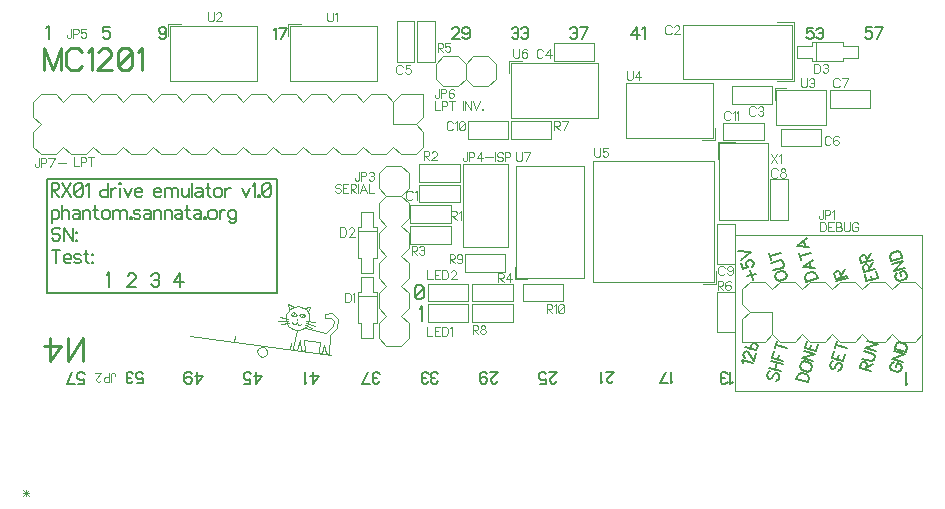
<source format=gto>
G04*
G04  File:            DXEMU_GERBER.GTO, Fri Jul 12 00:14:53 2019*
G04  Source:          P-CAD 2006 PCB, Version 19.02.958, (D:\retrocomputing\dxemu\PCB\temp\dxemu_gerber.pcb)*
G04  Format:          Gerber Format (RS-274-D), ASCII*
G04*
G04  Format Options:  Absolute Positioning*
G04                   Leading-Zero Suppression*
G04                   Scale Factor 1:1*
G04                   NO Circular Interpolation*
G04                   Inch Units*
G04                   Numeric Format: 4.4 (XXXX.XXXX)*
G04                   G54 NOT Used for Aperture Change*
G04                   Apertures Embedded*
G04*
G04  File Options:    Offset = (0.0mil,0.0mil)*
G04                   Drill Symbol Size = 80.0mil*
G04                   Pad/Via Holes*
G04*
G04  File Contents:   Pads*
G04                   Vias*
G04                   Designators*
G04                   No Types*
G04                   No Values*
G04                   No Drill Symbols*
G04                   Top Silk*
G04*
%INDXEMU_GERBER.GTO*%
%ICAS*%
%MOIN*%
G04*
G04  Aperture MACROs for general use --- invoked via D-code assignment *
G04*
G04  General MACRO for flashed round with rotation and/or offset hole *
%AMROTOFFROUND*
1,1,$1,0.0000,0.0000*
1,0,$2,$3,$4*%
G04*
G04  General MACRO for flashed oval (obround) with rotation and/or offset hole *
%AMROTOFFOVAL*
21,1,$1,$2,0.0000,0.0000,$3*
1,1,$4,$5,$6*
1,1,$4,0-$5,0-$6*
1,0,$7,$8,$9*%
G04*
G04  General MACRO for flashed oval (obround) with rotation and no hole *
%AMROTOVALNOHOLE*
21,1,$1,$2,0.0000,0.0000,$3*
1,1,$4,$5,$6*
1,1,$4,0-$5,0-$6*%
G04*
G04  General MACRO for flashed rectangle with rotation and/or offset hole *
%AMROTOFFRECT*
21,1,$1,$2,0.0000,0.0000,$3*
1,0,$4,$5,$6*%
G04*
G04  General MACRO for flashed rectangle with rotation and no hole *
%AMROTRECTNOHOLE*
21,1,$1,$2,0.0000,0.0000,$3*%
G04*
G04  General MACRO for flashed rounded-rectangle *
%AMROUNDRECT*
21,1,$1,$2-$4,0.0000,0.0000,$3*
21,1,$1-$4,$2,0.0000,0.0000,$3*
1,1,$4,$5,$6*
1,1,$4,$7,$8*
1,1,$4,0-$5,0-$6*
1,1,$4,0-$7,0-$8*
1,0,$9,$10,$11*%
G04*
G04  General MACRO for flashed rounded-rectangle with rotation and no hole *
%AMROUNDRECTNOHOLE*
21,1,$1,$2-$4,0.0000,0.0000,$3*
21,1,$1-$4,$2,0.0000,0.0000,$3*
1,1,$4,$5,$6*
1,1,$4,$7,$8*
1,1,$4,0-$5,0-$6*
1,1,$4,0-$7,0-$8*%
G04*
G04  General MACRO for flashed regular polygon *
%AMREGPOLY*
5,1,$1,0.0000,0.0000,$2,$3+$4*
1,0,$5,$6,$7*%
G04*
G04  General MACRO for flashed regular polygon with no hole *
%AMREGPOLYNOHOLE*
5,1,$1,0.0000,0.0000,$2,$3+$4*%
G04*
G04  General MACRO for target *
%AMTARGET*
6,0,0,$1,$2,$3,4,$4,$5,$6*%
G04*
G04  General MACRO for mounting hole *
%AMMTHOLE*
1,1,$1,0,0*
1,0,$2,0,0*
$1=$1-$2*
$1=$1/2*
21,1,$2+$1,$3,0,0,$4*
21,1,$3,$2+$1,0,0,$4*%
G04*
G04*
G04  D10 : "Ellipse X0.254mm Y0.254mm H0.000mm 0.0deg (0.000mm,0.000mm) Draw"*
G04  Disc: OuterDia=0.0100*
%ADD10C, 0.0100*%
G04  D11 : "Ellipse X0.300mm Y0.300mm H0.000mm 0.0deg (0.000mm,0.000mm) Draw"*
G04  Disc: OuterDia=0.0118*
%ADD11C, 0.0118*%
G04  D12 : "Ellipse X0.350mm Y0.350mm H0.000mm 0.0deg (0.000mm,0.000mm) Draw"*
G04  Disc: OuterDia=0.0138*
%ADD12C, 0.0138*%
G04  D13 : "Ellipse X0.400mm Y0.400mm H0.000mm 0.0deg (0.000mm,0.000mm) Draw"*
G04  Disc: OuterDia=0.0157*
%ADD13C, 0.0157*%
G04  D14 : "Ellipse X0.500mm Y0.500mm H0.000mm 0.0deg (0.000mm,0.000mm) Draw"*
G04  Disc: OuterDia=0.0197*
%ADD14C, 0.0197*%
G04  D15 : "Ellipse X0.100mm Y0.100mm H0.000mm 0.0deg (0.000mm,0.000mm) Draw"*
G04  Disc: OuterDia=0.0039*
%ADD15C, 0.0039*%
G04  D16 : "Ellipse X1.000mm Y1.000mm H0.000mm 0.0deg (0.000mm,0.000mm) Draw"*
G04  Disc: OuterDia=0.0394*
%ADD16C, 0.0394*%
G04  D17 : "Ellipse X0.130mm Y0.130mm H0.000mm 0.0deg (0.000mm,0.000mm) Draw"*
G04  Disc: OuterDia=0.0051*
%ADD17C, 0.0051*%
G04  D18 : "Ellipse X0.150mm Y0.150mm H0.000mm 0.0deg (0.000mm,0.000mm) Draw"*
G04  Disc: OuterDia=0.0059*
%ADD18C, 0.0059*%
G04  D19 : "Ellipse X0.200mm Y0.200mm H0.000mm 0.0deg (0.000mm,0.000mm) Draw"*
G04  Disc: OuterDia=0.0079*
%ADD19C, 0.0079*%
G04  D20 : "Ellipse X0.250mm Y0.250mm H0.000mm 0.0deg (0.000mm,0.000mm) Draw"*
G04  Disc: OuterDia=0.0098*
%ADD20C, 0.0098*%
G04  D21 : "Ellipse X1.500mm Y1.500mm H0.000mm 0.0deg (0.000mm,0.000mm) Flash"*
G04  Disc: OuterDia=0.0591*
%ADD21C, 0.0591*%
G04  D22 : "Ellipse X1.800mm Y1.800mm H0.000mm 0.0deg (0.000mm,0.000mm) Flash"*
G04  Disc: OuterDia=0.0709*
%ADD22C, 0.0709*%
G04  D23 : "Ellipse X1.881mm Y1.881mm H0.000mm 0.0deg (0.000mm,0.000mm) Flash"*
G04  Disc: OuterDia=0.0741*
%ADD23C, 0.0741*%
G04  D24 : "Ellipse X2.181mm Y2.181mm H0.000mm 0.0deg (0.000mm,0.000mm) Flash"*
G04  Disc: OuterDia=0.0859*
%ADD24C, 0.0859*%
G04  D25 : "Rounded Rectangle X0.850mm Y2.600mm H0.000mm 0.0deg (0.000mm,0.000mm) Flash"*
G04  RoundRct: DimX=0.0335, DimY=0.1024, CornerRad=0.0084, Rotation=0.0, OffsetX=0.0000, OffsetY=0.0000, HoleDia=0.0000 *
%ADD25ROUNDRECTNOHOLE, 0.0335 X0.1024 X0.0 X0.0167 X-0.0084 X-0.0428 X-0.0084 X0.0428*%
G04  D26 : "Rounded Rectangle X1.231mm Y2.981mm H0.000mm 0.0deg (0.000mm,0.000mm) Flash"*
G04  RoundRct: DimX=0.0485, DimY=0.1174, CornerRad=0.0121, Rotation=0.0, OffsetX=0.0000, OffsetY=0.0000, HoleDia=0.0000 *
%ADD26ROUNDRECTNOHOLE, 0.0485 X0.1174 X0.0 X0.0242 X-0.0121 X-0.0466 X-0.0121 X0.0466*%
G04  D27 : "Rounded Rectangle X1.500mm Y8.500mm H0.000mm 0.0deg (0.000mm,0.000mm) Flash"*
G04  RoundRct: DimX=0.0591, DimY=0.3346, CornerRad=0.0148, Rotation=0.0, OffsetX=0.0000, OffsetY=0.0000, HoleDia=0.0000 *
%ADD27ROUNDRECTNOHOLE, 0.0591 X0.3346 X0.0 X0.0295 X-0.0148 X-0.1526 X-0.0148 X0.1526*%
G04  D28 : "Rounded Rectangle X1.881mm Y8.881mm H0.000mm 0.0deg (0.000mm,0.000mm) Flash"*
G04  RoundRct: DimX=0.0741, DimY=0.3496, CornerRad=0.0185, Rotation=0.0, OffsetX=0.0000, OffsetY=0.0000, HoleDia=0.0000 *
%ADD28ROUNDRECTNOHOLE, 0.0741 X0.3496 X0.0 X0.0370 X-0.0185 X-0.1563 X-0.0185 X0.1563*%
G04  D29 : "Rounded Rectangle X1.000mm Y0.400mm H0.000mm 0.0deg (0.000mm,0.000mm) Flash"*
G04  RoundRct: DimX=0.0394, DimY=0.0157, CornerRad=0.0039, Rotation=0.0, OffsetX=0.0000, OffsetY=0.0000, HoleDia=0.0000 *
%ADD29ROUNDRECTNOHOLE, 0.0394 X0.0157 X0.0 X0.0079 X-0.0157 X-0.0039 X-0.0157 X0.0039*%
G04  D30 : "Rounded Rectangle X0.400mm Y1.000mm H0.000mm 0.0deg (0.000mm,0.000mm) Flash"*
G04  RoundRct: DimX=0.0157, DimY=0.0394, CornerRad=0.0039, Rotation=0.0, OffsetX=0.0000, OffsetY=0.0000, HoleDia=0.0000 *
%ADD30ROUNDRECTNOHOLE, 0.0157 X0.0394 X0.0 X0.0079 X-0.0039 X-0.0157 X-0.0039 X0.0157*%
G04  D31 : "Rounded Rectangle X0.600mm Y1.100mm H0.000mm 0.0deg (0.000mm,0.000mm) Flash"*
G04  RoundRct: DimX=0.0236, DimY=0.0433, CornerRad=0.0059, Rotation=0.0, OffsetX=0.0000, OffsetY=0.0000, HoleDia=0.0000 *
%ADD31ROUNDRECTNOHOLE, 0.0236 X0.0433 X0.0 X0.0118 X-0.0059 X-0.0157 X-0.0059 X0.0157*%
G04  D32 : "Rounded Rectangle X1.200mm Y0.800mm H0.000mm 0.0deg (0.000mm,0.000mm) Flash"*
G04  RoundRct: DimX=0.0472, DimY=0.0315, CornerRad=0.0079, Rotation=0.0, OffsetX=0.0000, OffsetY=0.0000, HoleDia=0.0000 *
%ADD32ROUNDRECTNOHOLE, 0.0472 X0.0315 X0.0 X0.0157 X-0.0157 X-0.0079 X-0.0157 X0.0079*%
G04  D33 : "Rounded Rectangle X0.800mm Y1.200mm H0.000mm 0.0deg (0.000mm,0.000mm) Flash"*
G04  RoundRct: DimX=0.0315, DimY=0.0472, CornerRad=0.0079, Rotation=0.0, OffsetX=0.0000, OffsetY=0.0000, HoleDia=0.0000 *
%ADD33ROUNDRECTNOHOLE, 0.0315 X0.0472 X0.0 X0.0157 X-0.0079 X-0.0157 X-0.0079 X0.0157*%
G04  D34 : "Rounded Rectangle X1.200mm Y1.300mm H0.000mm 0.0deg (0.000mm,0.000mm) Flash"*
G04  RoundRct: DimX=0.0472, DimY=0.0512, CornerRad=0.0118, Rotation=0.0, OffsetX=0.0000, OffsetY=0.0000, HoleDia=0.0000 *
%ADD34ROUNDRECTNOHOLE, 0.0472 X0.0512 X0.0 X0.0236 X-0.0118 X-0.0138 X-0.0118 X0.0138*%
G04  D35 : "Rounded Rectangle X1.300mm Y1.200mm H0.000mm 0.0deg (0.000mm,0.000mm) Flash"*
G04  RoundRct: DimX=0.0512, DimY=0.0472, CornerRad=0.0118, Rotation=0.0, OffsetX=0.0000, OffsetY=0.0000, HoleDia=0.0000 *
%ADD35ROUNDRECTNOHOLE, 0.0512 X0.0472 X0.0 X0.0236 X-0.0138 X-0.0118 X-0.0138 X0.0118*%
G04  D36 : "Rounded Rectangle X1.381mm Y0.781mm H0.000mm 0.0deg (0.000mm,0.000mm) Flash"*
G04  RoundRct: DimX=0.0544, DimY=0.0307, CornerRad=0.0077, Rotation=0.0, OffsetX=0.0000, OffsetY=0.0000, HoleDia=0.0000 *
%ADD36ROUNDRECTNOHOLE, 0.0544 X0.0307 X0.0 X0.0154 X-0.0195 X-0.0077 X-0.0195 X0.0077*%
G04  D37 : "Rounded Rectangle X0.781mm Y1.381mm H0.000mm 0.0deg (0.000mm,0.000mm) Flash"*
G04  RoundRct: DimX=0.0307, DimY=0.0544, CornerRad=0.0077, Rotation=0.0, OffsetX=0.0000, OffsetY=0.0000, HoleDia=0.0000 *
%ADD37ROUNDRECTNOHOLE, 0.0307 X0.0544 X0.0 X0.0154 X-0.0077 X-0.0195 X-0.0077 X0.0195*%
G04  D38 : "Rounded Rectangle X0.981mm Y1.481mm H0.000mm 0.0deg (0.000mm,0.000mm) Flash"*
G04  RoundRct: DimX=0.0386, DimY=0.0583, CornerRad=0.0097, Rotation=0.0, OffsetX=0.0000, OffsetY=0.0000, HoleDia=0.0000 *
%ADD38ROUNDRECTNOHOLE, 0.0386 X0.0583 X0.0 X0.0193 X-0.0097 X-0.0195 X-0.0097 X0.0195*%
G04  D39 : "Rounded Rectangle X1.500mm Y0.600mm H0.000mm 0.0deg (0.000mm,0.000mm) Flash"*
G04  RoundRct: DimX=0.0591, DimY=0.0236, CornerRad=0.0059, Rotation=0.0, OffsetX=0.0000, OffsetY=0.0000, HoleDia=0.0000 *
%ADD39ROUNDRECTNOHOLE, 0.0591 X0.0236 X0.0 X0.0118 X-0.0236 X-0.0059 X-0.0236 X0.0059*%
G04  D40 : "Rounded Rectangle X1.500mm Y1.500mm H0.000mm 0.0deg (0.000mm,0.000mm) Flash"*
G04  RoundRct: DimX=0.0591, DimY=0.0591, CornerRad=0.0148, Rotation=0.0, OffsetX=0.0000, OffsetY=0.0000, HoleDia=0.0000 *
%ADD40ROUNDRECTNOHOLE, 0.0591 X0.0591 X0.0 X0.0295 X-0.0148 X-0.0148 X-0.0148 X0.0148*%
G04  D41 : "Rounded Rectangle X1.581mm Y1.181mm H0.000mm 0.0deg (0.000mm,0.000mm) Flash"*
G04  RoundRct: DimX=0.0622, DimY=0.0465, CornerRad=0.0116, Rotation=0.0, OffsetX=0.0000, OffsetY=0.0000, HoleDia=0.0000 *
%ADD41ROUNDRECTNOHOLE, 0.0622 X0.0465 X0.0 X0.0232 X-0.0195 X-0.0116 X-0.0195 X0.0116*%
G04  D42 : "Rounded Rectangle X1.181mm Y1.581mm H0.000mm 0.0deg (0.000mm,0.000mm) Flash"*
G04  RoundRct: DimX=0.0465, DimY=0.0622, CornerRad=0.0116, Rotation=0.0, OffsetX=0.0000, OffsetY=0.0000, HoleDia=0.0000 *
%ADD42ROUNDRECTNOHOLE, 0.0465 X0.0622 X0.0 X0.0232 X-0.0116 X-0.0195 X-0.0116 X0.0195*%
G04  D43 : "Rounded Rectangle X1.581mm Y1.681mm H0.000mm 0.0deg (0.000mm,0.000mm) Flash"*
G04  RoundRct: DimX=0.0622, DimY=0.0662, CornerRad=0.0156, Rotation=0.0, OffsetX=0.0000, OffsetY=0.0000, HoleDia=0.0000 *
%ADD43ROUNDRECTNOHOLE, 0.0622 X0.0662 X0.0 X0.0311 X-0.0156 X-0.0175 X-0.0156 X0.0175*%
G04  D44 : "Rounded Rectangle X1.681mm Y1.581mm H0.000mm 0.0deg (0.000mm,0.000mm) Flash"*
G04  RoundRct: DimX=0.0662, DimY=0.0622, CornerRad=0.0156, Rotation=0.0, OffsetX=0.0000, OffsetY=0.0000, HoleDia=0.0000 *
%ADD44ROUNDRECTNOHOLE, 0.0662 X0.0622 X0.0 X0.0311 X-0.0175 X-0.0156 X-0.0175 X0.0156*%
G04  D45 : "Rounded Rectangle X1.400mm Y1.800mm H0.000mm 0.0deg (0.000mm,0.000mm) Flash"*
G04  RoundRct: DimX=0.0551, DimY=0.0709, CornerRad=0.0138, Rotation=0.0, OffsetX=0.0000, OffsetY=0.0000, HoleDia=0.0000 *
%ADD45ROUNDRECTNOHOLE, 0.0551 X0.0709 X0.0 X0.0276 X-0.0138 X-0.0217 X-0.0138 X0.0217*%
G04  D46 : "Rounded Rectangle X1.800mm Y1.800mm H0.000mm 0.0deg (0.000mm,0.000mm) Flash"*
G04  RoundRct: DimX=0.0709, DimY=0.0709, CornerRad=0.0177, Rotation=0.0, OffsetX=0.0000, OffsetY=0.0000, HoleDia=0.0000 *
%ADD46ROUNDRECTNOHOLE, 0.0709 X0.0709 X0.0 X0.0354 X-0.0177 X-0.0177 X-0.0177 X0.0177*%
G04  D47 : "Rounded Rectangle X1.881mm Y0.981mm H0.000mm 0.0deg (0.000mm,0.000mm) Flash"*
G04  RoundRct: DimX=0.0741, DimY=0.0386, CornerRad=0.0097, Rotation=0.0, OffsetX=0.0000, OffsetY=0.0000, HoleDia=0.0000 *
%ADD47ROUNDRECTNOHOLE, 0.0741 X0.0386 X0.0 X0.0193 X-0.0274 X-0.0097 X-0.0274 X0.0097*%
G04  D48 : "Rounded Rectangle X1.881mm Y1.881mm H0.000mm 0.0deg (0.000mm,0.000mm) Flash"*
G04  RoundRct: DimX=0.0741, DimY=0.0741, CornerRad=0.0185, Rotation=0.0, OffsetX=0.0000, OffsetY=0.0000, HoleDia=0.0000 *
%ADD48ROUNDRECTNOHOLE, 0.0741 X0.0741 X0.0 X0.0370 X-0.0185 X-0.0185 X-0.0185 X0.0185*%
G04  D49 : "Rounded Rectangle X2.000mm Y2.500mm H0.000mm 0.0deg (0.000mm,0.000mm) Flash"*
G04  RoundRct: DimX=0.0787, DimY=0.0984, CornerRad=0.0197, Rotation=0.0, OffsetX=0.0000, OffsetY=0.0000, HoleDia=0.0000 *
%ADD49ROUNDRECTNOHOLE, 0.0787 X0.0984 X0.0 X0.0394 X-0.0197 X-0.0295 X-0.0197 X0.0295*%
G04  D50 : "Rounded Rectangle X1.781mm Y2.181mm H0.000mm 0.0deg (0.000mm,0.000mm) Flash"*
G04  RoundRct: DimX=0.0701, DimY=0.0859, CornerRad=0.0175, Rotation=0.0, OffsetX=0.0000, OffsetY=0.0000, HoleDia=0.0000 *
%ADD50ROUNDRECTNOHOLE, 0.0701 X0.0859 X0.0 X0.0351 X-0.0175 X-0.0254 X-0.0175 X0.0254*%
G04  D51 : "Rounded Rectangle X2.181mm Y2.181mm H0.000mm 0.0deg (0.000mm,0.000mm) Flash"*
G04  RoundRct: DimX=0.0859, DimY=0.0859, CornerRad=0.0215, Rotation=0.0, OffsetX=0.0000, OffsetY=0.0000, HoleDia=0.0000 *
%ADD51ROUNDRECTNOHOLE, 0.0859 X0.0859 X0.0 X0.0429 X-0.0215 X-0.0215 X-0.0215 X0.0215*%
G04  D52 : "Rounded Rectangle X2.381mm Y2.881mm H0.000mm 0.0deg (0.000mm,0.000mm) Flash"*
G04  RoundRct: DimX=0.0937, DimY=0.1134, CornerRad=0.0234, Rotation=0.0, OffsetX=0.0000, OffsetY=0.0000, HoleDia=0.0000 *
%ADD52ROUNDRECTNOHOLE, 0.0937 X0.1134 X0.0 X0.0469 X-0.0234 X-0.0333 X-0.0234 X0.0333*%
G04  D53 : "Rectangle X1.600mm Y0.350mm H0.000mm 0.0deg (0.000mm,0.000mm) Flash"*
G04  Rectangular: DimX=0.0630, DimY=0.0138, Rotation=0.0, OffsetX=0.0000, OffsetY=0.0000, HoleDia=0.0000 *
%ADD53R, 0.0630 X0.0138*%
G04  D54 : "Rectangle X1.740mm Y0.490mm H0.000mm 0.0deg (0.000mm,0.000mm) Flash"*
G04  Rectangular: DimX=0.0685, DimY=0.0193, Rotation=0.0, OffsetX=0.0000, OffsetY=0.0000, HoleDia=0.0000 *
%ADD54R, 0.0685 X0.0193*%
G04  D55 : "Ellipse X0.500mm Y0.500mm H0.000mm 0.0deg (0.000mm,0.000mm) Flash"*
G04  Disc: OuterDia=0.0197*
%ADD55C, 0.0197*%
G04*
%FSLAX44Y44*%
%SFA1B1*%
%OFA0.0000B0.0000*%
G04*
G70*
G90*
G01*
D2*
%LNTop Silk*%
D15*
X21555Y67175*
X21751Y67372D1*
X21555D2*
X21751Y67175D1*
X21653Y67372D2*
Y67175D1*
X21555Y67273D2*
X21751D1*
D2*
D17*
X23383Y70927*
X23589D1*
Y71096*
X23514Y71059*
X23439*
X23364Y71134*
Y71247*
X23439Y71322*
X23533*
X23608Y71247*
X23195Y71322D2*
X23007Y70927D1*
X23270*
D2*
D19*
X22342Y73966*
X22736D1*
D2*
D15*
X22729Y78299*
X22985D1*
X23241Y78470D2*
Y78171D1*
X23412*
X23483D2*
Y78470D1*
X23611*
X23654Y78427*
Y78356*
X23611Y78314*
X23483*
X23824Y78470D2*
Y78171D1*
X23725Y78470D2*
X23924D1*
X23161Y82755D2*
Y82497D1*
X23118Y82454*
X23061*
X23018Y82497*
Y82554*
X23233Y82454D2*
Y82755D1*
X23362*
X23405Y82712*
Y82640*
X23362Y82597*
X23233*
X23649Y82755D2*
X23491D1*
Y82626*
X23549Y82655*
X23606*
X23663Y82597*
Y82511*
X23606Y82454*
X23534*
X23477Y82511*
D2*
D17*
X22321Y82779*
X22404Y82862D1*
Y82430*
X25340Y70942D2*
X25542D1*
Y71106*
X25468Y71070*
X25395*
X25322Y71143*
Y71252*
X25395Y71325*
X25487*
X25560Y71252*
X25231Y71015D2*
X25158Y70942D1*
X25066*
X25011Y70996*
Y71088*
X25048Y71124*
X25139*
X25048D2*
X25011Y71161D1*
Y71271*
X25066Y71325*
X25158*
X25231Y71252*
D2*
D18*
X25036Y74525*
X25125Y74614D1*
X25214*
X25303Y74525*
Y74436*
X25014Y74146*
X25325*
X24336Y74560D2*
X24431Y74655D1*
Y74157*
X26800Y74146D2*
Y74612D1*
X26578Y74301*
X26911*
X25822Y74528D2*
X25912Y74618D1*
X26024*
X26091Y74551*
Y74439*
X26047Y74394*
X25935*
X26047D2*
X26091Y74349D1*
Y74215*
X26024Y74148*
X25912*
X25822Y74237*
D2*
D17*
X24436Y82828*
X24223D1*
Y82654*
X24301Y82692*
X24378*
X24456Y82615*
Y82499*
X24378Y82421*
X24281*
X24204Y82499*
X26074D2*
X26152Y82421D1*
X26248*
X26326Y82499*
Y82750*
X26248Y82828*
X26152*
X26074Y82750*
Y82673*
X26152Y82595*
X26248*
X26326Y82673*
X29335Y71322D2*
Y70928D1*
X29523Y71191*
X29241*
X28922Y70928D2*
X29129D1*
Y71097*
X29053Y71059*
X28978*
X28903Y71134*
Y71247*
X28978Y71322*
X29072*
X29147Y71247*
D2*
D15*
X28589Y72313*
X28617Y72528D1*
X31642Y71950D2*
X31755Y71905D1*
D2*
D17*
X31219Y71321*
Y70923D1*
X31409Y71188*
X31125*
X31030Y70999D2*
X30954Y70923D1*
Y71321*
D2*
D15*
X31435Y71957*
X31515Y71967D1*
X30394Y73097D2*
X30122Y73143D1*
X30394Y73027D2*
X30066Y73021D1*
X30416Y72965D2*
X30141Y72912D1*
X30528Y72990D2*
X30558Y72917D1*
X30637Y72907*
X30684Y72969*
X30684Y72969D2*
X30715Y72897D1*
X30793Y72886*
X30841Y72949*
X30424Y73401D2*
X30389Y73594D1*
X30595Y73497*
X31048Y73319D2*
X31131Y73496D1*
X30907Y73456*
X30652Y72725D2*
X30751Y72725D1*
X30847Y72749*
X30933Y72796*
X31006Y72863*
X31059Y72946*
X31090Y73040*
X31097Y73138*
X31079Y73235*
X31037Y73325*
X30975Y73401*
X30895Y73460*
X30804Y73497*
X30706Y73509*
X30608Y73498*
X30516Y73462*
X30436Y73404*
X30372Y73328*
X30330Y73239*
X30311Y73143*
X30317Y73044*
X30347Y72950*
X30399Y72866*
X30471Y72799*
X30557Y72751*
X30652Y72725*
X30690Y72711D2*
X30543Y72124D1*
X30980Y72950D2*
X31295Y72859D1*
X30999Y73017D2*
X31273Y72991D1*
X30943Y72896D2*
X31195Y72773D1*
X30695Y73047D2*
X30700Y73087D1*
X30695Y73047*
X30669Y73230D2*
X30618Y73290D1*
X30539Y73301*
X30474Y73255*
X30474Y73255D2*
X30525Y73195D1*
X30604Y73184*
X30669Y73229*
X30578Y73291D2*
X30565Y73194D1*
X30871Y73253D2*
X30858Y73155D1*
X30962Y73191D2*
X30911Y73252D1*
X30832Y73262*
X30767Y73217*
X30767Y73217D2*
X30818Y73156D1*
X30897Y73146*
X30962Y73191*
X30459Y72077D2*
X30487Y72292D1*
X31634Y73242D2*
X31628Y73123D1*
X31793Y72565D2*
X32021Y72793D1*
X32042Y73098*
X31838Y73284*
X31817Y73128D2*
X31902Y73018D1*
X31889Y72841*
X31640Y72615*
X31838Y73284D2*
X31634Y73242D1*
X31628Y73123D2*
X31817Y73128D1*
X30942Y72062D2*
X30926Y72392D1*
X30543Y72124D2*
X30584Y72059D1*
X30693Y72055*
X30788Y72400*
X30821Y72048*
X30926Y72392D2*
X31463Y72321D1*
X31640Y72615D2*
X30938Y72787D1*
D2*
D17*
X35392Y71001*
X35316Y70926D1*
X35222*
X35166Y70983*
Y71077*
X35203Y71114*
X35297*
X35203D2*
X35166Y71152D1*
Y71265*
X35222Y71322*
X35316*
X35392Y71246*
X35071Y71001D2*
X34996Y70926D1*
X34902*
X34845Y70983*
Y71077*
X34883Y71114*
X34977*
X34883D2*
X34845Y71152D1*
Y71265*
X34902Y71322*
X34996*
X35071Y71246*
D2*
D15*
X35059Y72982*
Y73572D1*
Y73671D2*
Y74261D1*
D2*
D18*
X34773Y73411*
X34868Y73506D1*
Y73007*
X34607Y73869D2*
Y74114D1*
X34696Y74203*
X34829*
X34918Y74114*
Y73824*
X34829Y73735*
X34696*
X34607Y73824*
Y73869*
Y73824D2*
X34918Y74114D1*
D2*
D17*
X37369Y71003*
X37294Y70927D1*
X37219*
X37143Y71003*
Y71078*
X37388Y71322*
X37125*
X37031Y71247D2*
X36956Y71322D1*
X36862*
X36786Y71247*
Y71003*
X36862Y70927*
X36956*
X37031Y71003*
Y71078*
X36956Y71153*
X36862*
X36786Y71078*
D2*
D15*
X36397Y73572*
Y72982D1*
Y74261D2*
Y73671D1*
X36952Y78469D2*
X37209D1*
X37280Y78640D2*
Y78340D1*
X37552Y78598D2*
X37509Y78640D1*
X37409*
X37352Y78583*
Y78540*
X37395Y78498*
X37495*
X37552Y78440*
Y78398*
X37495Y78340*
X37409*
X37352Y78398*
X37623Y78340D2*
Y78640D1*
X37752*
X37795Y78598*
Y78526*
X37752Y78483*
X37623*
D2*
D17*
X37836Y82738*
X37911Y82813D1*
X38005*
X38062Y82757*
Y82662*
X38024Y82625*
X37930*
X38024D2*
X38062Y82587D1*
Y82474*
X38005Y82418*
X37911*
X37836Y82493*
X38156Y82738D2*
X38231Y82813D1*
X38325*
X38382Y82757*
Y82662*
X38344Y82625*
X38250*
X38344D2*
X38382Y82587D1*
Y82474*
X38325Y82418*
X38231*
X38156Y82493*
X41226Y71015D2*
X41152Y70942D1*
X41079*
X41006Y71015*
Y71088*
X41244Y71325*
X40988*
X40897Y71015D2*
X40823Y70942D1*
Y71325*
X39786Y82737D2*
X39861Y82812D1*
X39955*
X40012Y82756*
Y82662*
X39974Y82624*
X39880*
X39974D2*
X40012Y82587D1*
Y82474*
X39955Y82417*
X39861*
X39786Y82493*
X40181Y82417D2*
X40369Y82812D1*
X40106*
X43212Y71015D2*
X43139Y70942D1*
Y71325*
X42975D2*
X42792Y70942D1*
X43048*
D2*
D15*
X44645Y74694*
Y74261D1*
X44212*
D2*
D17*
X48661Y74339*
X49039Y74440D1*
X49015Y74530D2*
X48636Y74429D1*
X48593Y74591*
X48633Y74660*
X48723Y74684*
X48791Y74644*
X48835Y74482*
X48825Y74518D2*
X48957Y74747D1*
D2*
D15*
X48116Y76006*
Y76304D1*
X48244*
X48315Y76233*
Y76077*
X48244Y76006*
X48116*
X48571Y76304D2*
X48386D1*
Y76006*
X48571*
X48386Y76162D2*
X48499D1*
X48642D2*
X48784D1*
X48826Y76205*
Y76262*
X48784Y76304*
X48642*
Y76006*
X48798*
X48841Y76049*
Y76105*
X48784Y76162*
X48912Y76304D2*
Y76063D1*
X48968Y76006*
X49054*
X49111Y76063*
Y76304*
X49395Y76247D2*
X49338Y76304D1*
X49238*
X49182Y76247*
Y76063*
X49238Y76006*
X49338*
X49395Y76063*
Y76148*
X49281*
D2*
D17*
X49845Y82812*
X49638D1*
Y82643*
X49713Y82680*
X49788*
X49864Y82605*
Y82492*
X49788Y82417*
X49694*
X49619Y82492*
X50033Y82417D2*
X50220Y82812D1*
X49957*
D2*
D20*
X23563Y71669*
Y72448D1*
X23044Y71669*
Y72448*
X22452Y72449D2*
Y71672D1*
X22822Y72190*
X22267*
D2*
D19*
X22342Y77755*
Y73966D1*
D2*
D15*
X29530Y71819*
X29620Y71847D1*
X29681Y71920*
X29694Y72014*
X29653Y72100*
X29572Y72150*
X29478Y72148*
X29398Y72096*
X29360Y72009*
X29375Y71915*
X29438Y71844*
X29530Y71819*
X31402Y72011D2*
X31435Y71957D1*
X30821Y72048D2*
X30897Y72018D1*
X30942Y72062*
X31755Y71905D2*
X31793Y72565D1*
X31598Y72214D2*
X31642Y71950D1*
X31515Y71967D2*
X31598Y72214D1*
X31463Y72321D2*
X31402Y72011D1*
D2*
D17*
X45554Y71617*
X45502Y71707D1*
X45878Y71607*
X45602Y71796D2*
X45550Y71887D1*
X45569Y71958*
X45660Y72011*
X45732Y71991*
X45902Y71696*
X45969Y71947*
X45617Y72137D2*
X45993Y72037D1*
X46036Y72198*
X45997Y72266*
X45907Y72290*
X45839Y72250*
X45796Y72089*
X46463Y71341D2*
X46395Y71302D1*
X46362Y71177*
X46414Y71086*
X46468Y71072*
X46535Y71111*
X46569Y71236*
X46659Y71288*
X46713Y71274*
X46765Y71183*
X46736Y71076*
X46646Y71024*
X46434Y71444D2*
X46808Y71344D1*
X46501Y71694D2*
X46875Y71594D1*
X46612Y71396D2*
X46679Y71646D1*
X46587Y72015D2*
X46524Y71783D1*
X46899Y71683*
X46703Y71735D2*
X46741Y71878D1*
X46644Y72229D2*
X47018Y72128D1*
X46610Y72104D2*
X46677Y72354D1*
X45677Y74510D2*
X45999Y74596D1*
X45881Y74393D2*
X45795Y74714D1*
X45499Y74960D2*
X45552Y74764D1*
X45713Y74807*
X45658Y74869*
X45639Y74940*
X45691Y75031*
X45798Y75059*
X45889Y75007*
X45913Y74918*
X45860Y74827*
X45471Y75067D2*
X45807Y75311D1*
X45394Y75353*
X47018Y74525D2*
X46989Y74632D1*
X46876Y74698*
X46679Y74645*
X46614Y74532*
X46643Y74425*
X46756Y74359*
X46952Y74412*
X47018Y74525*
X46566Y74710D2*
X46870Y74792D1*
X46922Y74882*
X46893Y74990*
X46803Y75042*
X46499Y74961*
X46442Y75175D2*
X46817Y75276D1*
X46475Y75050D2*
X46408Y75300D1*
X48552Y71677D2*
X48484Y71638D1*
X48451Y71513*
X48503Y71422*
X48557Y71408*
X48625Y71447*
X48658Y71572*
X48749Y71624*
X48802Y71610*
X48855Y71519*
X48826Y71412*
X48735Y71360*
X48585Y72013D2*
X48523Y71781D1*
X48898Y71680*
X48960Y71913*
X48701Y71733D2*
X48740Y71876D1*
X48642Y72228D2*
X49018Y72127D1*
X48609Y72103D2*
X48676Y72353D1*
X49812Y71358D2*
X49436Y71459D1*
X49479Y71620*
X49547Y71659*
X49637Y71635*
X49676Y71567*
X49633Y71406*
X49642Y71442D2*
X49869Y71573D1*
X49518Y71763D2*
X49822Y71681D1*
X49912Y71734*
X49941Y71841*
X49889Y71932*
X49585Y72013*
X49676Y72353D2*
X50051Y72252D1*
X49609Y72103*
X49984Y72002*
X49604Y74568D2*
X49666Y74336D1*
X50041Y74436*
X49979Y74669*
X49845Y74384D2*
X49806Y74527D1*
X49955Y74758D2*
X49580Y74658D1*
X49536Y74819*
X49576Y74887*
X49665Y74911*
X49733Y74871*
X49776Y74710*
X49767Y74746D2*
X49898Y74973D1*
X49874Y75062D2*
X49498Y74962D1*
X49455Y75123*
X49494Y75191*
X49584Y75215*
X49652Y75175*
X49695Y75014*
X49685Y75050D2*
X49816Y75277D1*
D2*
D15*
X45275Y70669*
Y75885D1*
X51525D2*
Y70669D1*
X24483Y70984D2*
Y71242D1*
X24526Y71286*
X24583*
X24626Y71242*
Y71185*
X24411Y71286D2*
Y70984D1*
X24282*
X24239Y71027*
Y71099*
X24282Y71142*
X24411*
X24153Y71042D2*
X24095Y70984D1*
X24038*
X23981Y71042*
Y71099*
X24167Y71286*
X23966*
D2*
D17*
X27367Y71322*
Y70928D1*
X27554Y71191*
X27273*
X27179Y71247D2*
X27104Y71322D1*
X27010*
X26935Y71247*
Y71003*
X27010Y70928*
X27104*
X27179Y71003*
Y71078*
X27104Y71153*
X27010*
X26935Y71078*
X33441Y71002D2*
X33366Y70927D1*
X33272*
X33216Y70983*
Y71077*
X33253Y71115*
X33347*
X33253D2*
X33216Y71153D1*
Y71265*
X33272Y71322*
X33366*
X33441Y71247*
X33047Y71322D2*
X32859Y70927D1*
X33122*
D2*
D15*
X36397Y72982*
X35059D1*
Y73572D2*
X36397D1*
Y73671D2*
X35059D1*
Y74261D2*
X36397D1*
D2*
D19*
X30019Y77706*
Y77755D1*
D2*
D15*
X32145Y77541*
X32102Y77584D1*
X32003*
X31946Y77527*
Y77484*
X31989Y77442*
X32088*
X32145Y77385*
Y77342*
X32088Y77285*
X32003*
X31946Y77342*
X32401Y77584D2*
X32216D1*
Y77285*
X32401*
X32216Y77442D2*
X32330D1*
X32472Y77285D2*
Y77584D1*
X32599*
X32642Y77541*
Y77470*
X32599Y77427*
X32472*
X32500D2*
X32642Y77285D1*
X32713Y77584D2*
Y77285D1*
X33011D2*
X32898Y77584D1*
X32784Y77285*
X32827Y77385D2*
X32969D1*
X33083Y77584D2*
Y77285D1*
X33253*
X35278Y80339D2*
Y80041D1*
X35448*
X35519D2*
Y80339D1*
X35647*
X35690Y80296*
Y80225*
X35647Y80183*
X35519*
X35860Y80339D2*
Y80041D1*
X35760Y80339D2*
X35959D1*
X36214D2*
Y80041D1*
X36484Y80339D2*
Y80041D1*
X36285Y80339*
Y80041*
X36555Y80339D2*
X36668Y80041D1*
X36782Y80339*
X36867Y80069D2*
X36852D1*
Y80041*
X36881*
Y80069*
X36867*
D2*
D17*
X29917Y82724*
X29990Y82798D1*
Y82414*
X30154D2*
X30337Y82798D1*
X30081*
X35859Y82737D2*
X35934Y82812D1*
X36009*
X36084Y82737*
Y82662*
X35840Y82417*
X36103*
X36197Y82492D2*
X36272Y82417D1*
X36366*
X36441Y82492*
Y82737*
X36366Y82812*
X36272*
X36197Y82737*
Y82662*
X36272Y82586*
X36366*
X36441Y82662*
X39337Y71003D2*
X39262Y70927D1*
X39187*
X39112Y71003*
Y71078*
X39356Y71322*
X39093*
X38774Y70927D2*
X38980D1*
Y71096*
X38905Y71059*
X38830*
X38755Y71134*
Y71247*
X38830Y71322*
X38924*
X38999Y71247*
X45210Y70997D2*
X45134Y70921D1*
Y71320*
X45039Y70997D2*
X44962Y70921D1*
X44867*
X44810Y70978*
Y71073*
X44848Y71111*
X44943*
X44848D2*
X44810Y71149D1*
Y71263*
X44867Y71320*
X44962*
X45039Y71244*
X42008Y82418D2*
Y82816D1*
X41819Y82551*
X42103*
X42197Y82740D2*
X42273Y82816D1*
Y82418*
X47887Y82798D2*
X47686D1*
Y82633*
X47759Y82670*
X47832*
X47905Y82597*
Y82487*
X47832Y82414*
X47741*
X47668Y82487*
X47997Y82724D2*
X48070Y82798D1*
X48161*
X48216Y82743*
Y82651*
X48179Y82615*
X48088*
X48179D2*
X48216Y82578D1*
Y82469*
X48161Y82414*
X48070*
X47997Y82487*
X51054Y70960D2*
X50971Y70878D1*
Y71309*
D2*
D15*
X31815Y71885*
X27131Y72501D1*
D2*
D19*
X30019Y73966*
Y77706D1*
D2*
D17*
X47708Y70970*
X47333Y71070D1*
X47376Y71230*
X47489Y71296*
X47686Y71243*
X47751Y71130*
X47708Y70970*
X47823Y71398D2*
X47851Y71505D1*
X47786Y71618*
X47590Y71670*
X47477Y71605*
X47448Y71498*
X47513Y71385*
X47709Y71332*
X47823Y71398*
X47591Y72033D2*
X47966Y71932D1*
X47525Y71783*
X47899Y71683*
X47677Y72354D2*
X47615Y72122D1*
X47990Y72022*
X48052Y72253*
X47794Y72074D2*
X47832Y72217D1*
X48042Y74435D2*
X47668Y74334D1*
X47625Y74495*
X47690Y74608*
X47886Y74660*
X47999Y74595*
X48042Y74435*
X47875Y75058D2*
X47539Y74816D1*
X47952Y74773*
X47813Y74793D2*
X47765Y74972D1*
X47444Y75172D2*
X47818Y75272D1*
X47477Y75047D2*
X47410Y75297D1*
X47684Y75771D2*
X47348Y75529D1*
X47761Y75486*
X47621Y75506D2*
X47574Y75685D1*
X50570Y71650D2*
X50480Y71598D1*
X50447Y71474*
X50499Y71385*
X50728Y71323*
X50818Y71375*
X50851Y71499*
X50799Y71588*
X50693Y71616*
X50655Y71475*
X50589Y72004D2*
X50960Y71905D1*
X50523Y71757*
X50893Y71657*
X50983Y71993D2*
X50613Y72092D1*
X50655Y72251*
X50767Y72316*
X50961Y72264*
X51026Y72152*
X50983Y71993*
X50674Y74615D2*
X50622Y74525D1*
X50655Y74401*
X50745Y74350*
X50974Y74411*
X51026Y74501*
X50993Y74624*
X50903Y74676*
X50797Y74648*
X50835Y74506*
X50513Y74931D2*
X50884Y75030D1*
X50579Y74684*
X50950Y74783*
X50860Y75119D2*
X50490Y75019D1*
X50447Y75178*
X50512Y75290*
X50706Y75342*
X50818Y75278*
X50860Y75119*
D2*
D15*
X51525Y70669*
X45275D1*
D2*
D19*
X22736Y73966*
X30019D1*
Y77755D2*
X22342D1*
D2*
D15*
X45275Y75885*
X51525D1*
D2*
D20*
X22820Y81379*
Y82124D1*
X22536Y81379*
X22252Y82124*
Y81379*
X23530Y81982D2*
X23388Y82124D1*
X23140*
X22998Y81982*
Y81521*
X23140Y81379*
X23388*
X23530Y81521*
X23708Y81982D2*
X23850Y82124D1*
Y81379*
X24063Y81982D2*
X24205Y82124D1*
X24347*
X24489Y81982*
Y81840*
X24028Y81379*
X24525*
X24702Y81592D2*
Y81982D1*
X24845Y82124*
X25058*
X25200Y81982*
Y81521*
X25058Y81379*
X24845*
X24702Y81521*
Y81592*
Y81521D2*
X25200Y81982D1*
X25377D2*
X25519Y82124D1*
Y81379*
D2*
D18*
X22504Y77165*
Y77609D1*
X22694*
X22758Y77546*
Y77440*
X22694Y77377*
X22504*
X22546D2*
X22758Y77165D1*
X22863Y77609D2*
X23160Y77165D1*
Y77609D2*
X22863Y77165D1*
X23265Y77292D2*
Y77525D1*
X23350Y77609*
X23477*
X23561Y77525*
Y77250*
X23477Y77165*
X23350*
X23265Y77250*
Y77292*
Y77250D2*
X23561Y77525D1*
X23667D2*
X23752Y77609D1*
Y77165*
X24386Y77609D2*
Y77165D1*
X24196*
X24133Y77229*
Y77334*
X24196Y77398*
X24386*
X24492Y77461D2*
Y77165D1*
Y77356D2*
X24577Y77440D1*
X24661*
X24767Y77631D2*
Y77588D1*
X24809*
Y77631*
X24767*
X24788Y77461D2*
Y77165D1*
X24915Y77461D2*
X25042Y77165D1*
X25169Y77461*
X25529Y77208D2*
X25486Y77165D1*
X25338*
X25275Y77229*
Y77398*
X25338Y77461*
X25465*
X25529Y77398*
Y77334*
X25507Y77313*
X25275*
X26163Y77208D2*
X26121Y77165D1*
X25973*
X25909Y77229*
Y77398*
X25973Y77461*
X26100*
X26163Y77398*
Y77334*
X26142Y77313*
X25909*
X26269Y77461D2*
Y77165D1*
Y77377D2*
X26332Y77440D1*
X26438*
X26502Y77377*
Y77165*
Y77377D2*
X26565Y77440D1*
X26671*
X26734Y77377*
Y77165*
X26840Y77461D2*
Y77229D1*
X26903Y77165*
X26988*
X27073Y77250*
Y77461D2*
Y77165D1*
X27178Y77609D2*
Y77165D1*
X27305Y77461D2*
X27474D1*
X27538Y77398*
Y77165*
Y77250D2*
X27453Y77165D1*
X27348*
X27284Y77229*
Y77250*
X27348Y77313*
X27496*
X27538Y77271*
X27707Y77609D2*
Y77229D1*
X27771Y77165*
X27813*
X27644Y77461D2*
X27792D1*
X27982D2*
X27919Y77398D1*
Y77229*
X27982Y77165*
X28130*
X28194Y77229*
Y77398*
X28130Y77461*
X27982*
X28299D2*
Y77165D1*
Y77356D2*
X28384Y77440D1*
X28469*
X28849Y77461D2*
X28976Y77165D1*
X29103Y77461*
X29209Y77525D2*
X29293Y77609D1*
Y77165*
X29420Y77208D2*
X29399D1*
Y77165*
X29442*
Y77208*
X29420*
X29526Y77292D2*
Y77525D1*
X29611Y77609*
X29738*
X29822Y77525*
Y77250*
X29738Y77165*
X29611*
X29526Y77250*
Y77292*
Y77250D2*
X29822Y77525D1*
X22504Y76279D2*
Y76723D1*
Y76660D2*
X22567Y76723D1*
X22694*
X22758Y76660*
Y76491*
X22694Y76427*
X22567*
X22504Y76491*
X22863Y76871D2*
Y76427D1*
Y76660D2*
X22927Y76723D1*
X23033*
X23096Y76660*
Y76427*
X23223Y76723D2*
X23392D1*
X23456Y76660*
Y76427*
Y76512D2*
X23371Y76427D1*
X23265*
X23202Y76491*
Y76512*
X23265Y76575*
X23413*
X23456Y76533*
X23561Y76723D2*
Y76427D1*
Y76639D2*
X23625Y76702D1*
X23731*
X23794Y76639*
Y76427*
X23963Y76871D2*
Y76491D1*
X24027Y76427*
X24069*
X23900Y76723D2*
X24048D1*
X24238D2*
X24175Y76660D1*
Y76491*
X24238Y76427*
X24386*
X24450Y76491*
Y76660*
X24386Y76723*
X24238*
X24556D2*
Y76427D1*
Y76639D2*
X24619Y76702D1*
X24725*
X24788Y76639*
Y76427*
Y76639D2*
X24852Y76702D1*
X24957*
X25021Y76639*
Y76427*
X25148Y76469D2*
X25127D1*
Y76427*
X25169*
Y76469*
X25148*
X25465Y76681D2*
X25423Y76723D1*
X25296*
X25254Y76681*
Y76617*
X25296Y76575*
X25423*
X25465Y76533*
Y76469*
X25423Y76427*
X25296*
X25254Y76469*
X25592Y76723D2*
X25761D1*
X25825Y76660*
Y76427*
Y76512D2*
X25740Y76427D1*
X25634*
X25571Y76491*
Y76512*
X25634Y76575*
X25782*
X25825Y76533*
X25930Y76723D2*
Y76427D1*
Y76639D2*
X25994Y76702D1*
X26100*
X26163Y76639*
Y76427*
X26269Y76723D2*
Y76427D1*
Y76639D2*
X26332Y76702D1*
X26438*
X26502Y76639*
Y76427*
X26628Y76723D2*
X26798D1*
X26861Y76660*
Y76427*
Y76512D2*
X26776Y76427D1*
X26671*
X26607Y76491*
Y76512*
X26671Y76575*
X26819*
X26861Y76533*
X27030Y76871D2*
Y76491D1*
X27094Y76427*
X27136*
X26967Y76723D2*
X27115D1*
X27263D2*
X27432D1*
X27496Y76660*
Y76427*
Y76512D2*
X27411Y76427D1*
X27305*
X27242Y76491*
Y76512*
X27305Y76575*
X27453*
X27496Y76533*
X27623Y76469D2*
X27601D1*
Y76427*
X27644*
Y76469*
X27623*
X27792Y76723D2*
X27728Y76660D1*
Y76491*
X27792Y76427*
X27940*
X28003Y76491*
Y76660*
X27940Y76723*
X27792*
X28109D2*
Y76427D1*
Y76617D2*
X28194Y76702D1*
X28278*
X28638Y76491D2*
X28574Y76427D1*
X28469*
X28384Y76512*
Y76639*
X28469Y76723*
X28574*
X28638Y76660*
Y76342*
X28574Y76279*
X28490*
X28426Y76342*
X22800Y76070D2*
X22737Y76133D1*
X22589*
X22504Y76048*
Y75985*
X22567Y75922*
X22715*
X22800Y75837*
Y75774*
X22715Y75689*
X22589*
X22504Y75774*
X23202Y76133D2*
Y75689D1*
X22906Y76133*
Y75689*
X23350Y75985D2*
X23308D1*
Y75943*
X23350*
Y75985*
Y75731D2*
X23308D1*
Y75689*
X23350*
Y75731*
X22652Y75395D2*
Y74951D1*
X22504Y75395D2*
X22800D1*
X23160Y74993D2*
X23117Y74951D1*
X22969*
X22906Y75014*
Y75183*
X22969Y75247*
X23096*
X23160Y75183*
Y75120*
X23138Y75099*
X22906*
X23477Y75205D2*
X23435Y75247D1*
X23308*
X23265Y75205*
Y75141*
X23308Y75099*
X23435*
X23477Y75056*
Y74993*
X23435Y74951*
X23308*
X23265Y74993*
X23646Y75395D2*
Y75014D1*
X23710Y74951*
X23752*
X23583Y75247D2*
X23731D1*
X23900D2*
X23858D1*
Y75205*
X23900*
Y75247*
Y74993D2*
X23858D1*
Y74951*
X23900*
Y74993*
D2*
D15*
X34468Y75590*
Y76181D1*
X35807Y75590D2*
X34468D1*
X35807Y76181D2*
Y75590D1*
X34468Y76181D2*
X35807D1*
X34511Y75222D2*
Y75526D1*
X34642*
X34685Y75483*
Y75410*
X34642Y75367*
X34511*
X34540D2*
X34685Y75222D1*
X34758Y75468D2*
X34816Y75526D1*
X34888*
X34932Y75483*
Y75410*
X34903Y75381*
X34830*
X34903D2*
X34932Y75352D1*
Y75265*
X34888Y75222*
X34816*
X34758Y75280*
X34694Y83001D2*
X35285D1*
X34694Y81663D2*
Y83001D1*
X35285Y81663D2*
X34694D1*
X35285Y83001D2*
Y81663D1*
X35376Y81981D2*
Y82276D1*
X35503*
X35545Y82234*
Y82163*
X35503Y82121*
X35376*
X35404D2*
X35545Y81981D1*
X35784Y82276D2*
X35629D1*
Y82149*
X35686Y82178*
X35742*
X35798Y82121*
Y82037*
X35742Y81981*
X35672*
X35615Y82037*
X34005Y83001D2*
X34596D1*
X34005Y81663D2*
Y83001D1*
X34596Y81663D2*
X34005D1*
X34596Y83001D2*
Y81663D1*
X34216Y81491D2*
X34158Y81548D1*
X34057*
X34000Y81491*
Y81303*
X34057Y81245*
X34158*
X34216Y81303*
X34462Y81548D2*
X34303D1*
Y81418*
X34361Y81447*
X34418*
X34476Y81390*
Y81303*
X34418Y81245*
X34346*
X34288Y81303*
X36535Y72982D2*
Y73572D1*
X37874Y72982D2*
X36535D1*
X37874Y73572D2*
Y72982D1*
X36535Y73572D2*
X37874D1*
X36557Y72581D2*
Y72876D1*
X36684*
X36726Y72834*
Y72764*
X36684Y72722*
X36557*
X36586D2*
X36726Y72581D1*
X36853Y72750D2*
X36923D1*
X36965Y72792*
Y72834*
X36923Y72876*
X36853*
X36811Y72834*
Y72792*
X36853Y72750*
X36796Y72694*
Y72637*
X36853Y72581*
X36923*
X36979Y72637*
Y72694*
X36923Y72750*
X37627Y75246D2*
Y74655D1*
X36289Y75246D2*
X37627D1*
X36289Y74655D2*
Y75246D1*
X37627Y74655D2*
X36289D1*
X37395Y74306D2*
Y74610D1*
X37525*
X37569Y74566*
Y74494*
X37525Y74451*
X37395*
X37424D2*
X37569Y74306D1*
X37785D2*
Y74610D1*
X37641Y74407*
X37858*
X36208Y75495D2*
X37708D1*
X36208Y78245D2*
Y75495D1*
X37708D2*
Y78245D1*
X36208*
X36357Y78642D2*
Y78384D1*
X36314Y78341*
X36257*
X36214Y78384*
Y78441*
X36429Y78341D2*
Y78642D1*
X36558*
X36601Y78599*
Y78527*
X36558Y78484*
X36429*
X36816Y78341D2*
Y78642D1*
X36673Y78441*
X36888*
X45196Y80265D2*
Y80856D1*
X46535Y80265D2*
X45196D1*
X46535Y80856D2*
Y80265D1*
X45196Y80856D2*
X46535D1*
X45978Y80113D2*
X45920Y80171D1*
X45819*
X45761Y80113*
Y79925*
X45819Y79867*
X45920*
X45978Y79925*
X46050Y80113D2*
X46108Y80171D1*
X46180*
X46224Y80127*
Y80055*
X46195Y80026*
X46123*
X46195D2*
X46224Y79997D1*
Y79911*
X46180Y79867*
X46108*
X46050Y79925*
X47047Y76397D2*
X46456D1*
X47047Y77736D2*
Y76397D1*
X46456Y77736D2*
X47047D1*
X46456Y76397D2*
Y77736D1*
X46716Y78046D2*
X46658Y78104D1*
X46557*
X46500Y78046*
Y77858*
X46557Y77800*
X46658*
X46716Y77858*
X46846Y77974D2*
X46918D1*
X46962Y78017*
Y78060*
X46918Y78104*
X46846*
X46803Y78060*
Y78017*
X46846Y77974*
X46788Y77916*
Y77858*
X46846Y77800*
X46918*
X46976Y77858*
Y77916*
X46918Y77974*
X49783Y80708D2*
Y80118D1*
X48444Y80708D2*
X49783D1*
X48444Y80118D2*
Y80708D1*
X49783Y80118D2*
X48444D1*
X48783Y81047D2*
X48725Y81105D1*
X48624*
X48566Y81047*
Y80860*
X48624Y80802*
X48725*
X48783Y80860*
X48913Y80802D2*
X49057Y81105D1*
X48855*
X33218Y72962D2*
X33336D1*
X33218Y72450D2*
Y72962D1*
Y73986D2*
X33336D1*
Y72962*
X32824D2*
Y72450D1*
X32706Y72962D2*
X32824D1*
X32706Y73986D2*
X32824D1*
X32706Y72962D2*
Y73986D1*
X32824Y72450D2*
X33218D1*
X32706Y73848D2*
X33336D1*
X32824Y74498D2*
X33218D1*
Y73986*
X32824D2*
Y74498D1*
X32276Y73664D2*
Y73959D1*
X32402*
X32473Y73889*
Y73734*
X32402Y73664*
X32276*
X32543Y73903D2*
X32599Y73959D1*
Y73664*
X35032Y72827D2*
Y72532D1*
X35201*
X35454Y72827D2*
X35271D1*
Y72532*
X35454*
X35271Y72687D2*
X35383D1*
X35524Y72532D2*
Y72827D1*
X35651*
X35721Y72757*
Y72602*
X35651Y72532*
X35524*
X35791Y72771D2*
X35847Y72827D1*
Y72532*
X35032Y74703D2*
Y74403D1*
X35203*
X35460Y74703D2*
X35275D1*
Y74403*
X35460*
X35275Y74560D2*
X35389D1*
X35531Y74403D2*
Y74703D1*
X35660*
X35731Y74631*
Y74475*
X35660Y74403*
X35531*
X35817Y74646D2*
X35874Y74703D1*
X35931*
X35988Y74646*
Y74589*
X35802Y74403*
X36002*
X35807Y76870D2*
Y76279D1*
X34468Y76870D2*
X35807D1*
X34468Y76279D2*
Y76870D1*
X35807Y76279D2*
X34468D1*
X35831Y76384D2*
Y76691D1*
X35962*
X36006Y76647*
Y76574*
X35962Y76530*
X35831*
X35860D2*
X36006Y76384D1*
X36079Y76633D2*
X36138Y76691D1*
Y76384*
X36102Y77559D2*
Y76968D1*
X34763Y77559D2*
X36102D1*
X34763Y76968D2*
Y77559D1*
X36102Y76968D2*
X34763D1*
X34553Y77301D2*
X34495Y77359D1*
X34393*
X34335Y77301*
Y77111*
X34393Y77053*
X34495*
X34553Y77111*
X34626Y77301D2*
X34684Y77359D1*
Y77053*
X30438Y81023D2*
Y82854D1*
X33352D2*
Y81023D1*
X30438*
Y82854D2*
X33352D1*
X30379Y82913D2*
X30812D1*
X30379D2*
Y82519D1*
X31701Y83300D2*
Y83061D1*
X31757Y83004*
X31842*
X31898Y83061*
Y83300*
X31968Y83243D2*
X32025Y83300D1*
Y83004*
X26438Y81023D2*
Y82854D1*
X29352D2*
Y81023D1*
X26438*
Y82854D2*
X29352D1*
X26379Y82913D2*
X26812D1*
X26379D2*
Y82519D1*
X27702Y83310D2*
Y83065D1*
X27760Y83007*
X27847*
X27904Y83065*
Y83310*
X27991Y83252D2*
X28049Y83310D1*
X28107*
X28164Y83252*
Y83195*
X27977Y83007*
X28179*
X39543Y74261D2*
Y73671D1*
X38204Y74261D2*
X39543D1*
X38204Y73671D2*
Y74261D1*
X39543Y73671D2*
X38204D1*
X39019Y73272D2*
Y73574D1*
X39148*
X39192Y73531*
Y73459*
X39148Y73416*
X39019*
X39048D2*
X39192Y73272D1*
X39263Y73517D2*
X39321Y73574D1*
Y73272*
X39393Y73359D2*
Y73517D1*
X39450Y73574*
X39537*
X39594Y73517*
Y73330*
X39537Y73272*
X39450*
X39393Y73330*
Y73359*
Y73330D2*
X39594Y73517D1*
X45275Y72657D2*
X44685D1*
X45275Y73996D2*
Y72657D1*
X44685Y73996D2*
X45275D1*
X44685Y72657D2*
Y73996D1*
X44727Y74057D2*
Y74353D1*
X44853*
X44895Y74311*
Y74240*
X44853Y74198*
X44727*
X44755D2*
X44895Y74057D1*
X45149Y74311D2*
X45106Y74353D1*
X45050*
X45036*
X44966Y74282*
Y74114*
X45022Y74057*
X45092*
X45149Y74114*
Y74170*
X45092Y74226*
X45022*
X44966Y74170*
X39153Y79675D2*
Y79084D1*
X37814Y79675D2*
X39153D1*
X37814Y79084D2*
Y79675D1*
X39153Y79084D2*
X37814D1*
X39265Y79375D2*
Y79679D1*
X39395*
X39439Y79636*
Y79563*
X39395Y79520*
X39265*
X39294D2*
X39439Y79375D1*
X39569D2*
X39714Y79679D1*
X39511*
X44901Y79035D2*
Y79625D1*
X46240Y79035D2*
X44901D1*
X46240Y79625D2*
Y79035D1*
X44901Y79625D2*
X46240D1*
X45141Y79965D2*
X45084Y80023D1*
X44982*
X44925Y79965*
Y79777*
X44982Y79720*
X45084*
X45141Y79777*
X45214Y79965D2*
X45271Y80023D1*
Y79720*
X45343Y79965D2*
X45401Y80023D1*
Y79720*
X46820Y78838D2*
Y79429D1*
X48159Y78838D2*
X46820D1*
X48159Y79429D2*
Y78838D1*
X46820Y79429D2*
X48159D1*
X48488Y79128D2*
X48430Y79186D1*
X48329*
X48271Y79128*
Y78941*
X48329Y78883*
X48430*
X48488Y78941*
X48748Y79143D2*
X48704Y79186D1*
X48647*
X48632*
X48560Y79114*
Y78941*
X48618Y78883*
X48690*
X48748Y78941*
Y78998*
X48690Y79056*
X48618*
X48560Y78998*
X48887Y82185D2*
Y82303D1*
X49399Y82185D2*
X48887D1*
X47864D2*
Y82303D1*
X48887*
Y81791D2*
X49399D1*
X48887Y81673D2*
Y81791D1*
X47864Y81673D2*
Y81791D1*
X48887Y81673D2*
X47864D1*
X49399Y81791D2*
Y82185D1*
X48001Y81673D2*
Y82303D1*
X47352Y81791D2*
Y82185D1*
X47864*
Y81791D2*
X47352D1*
X47927Y81294D2*
Y81598D1*
X48057*
X48129Y81526*
Y81367*
X48057Y81294*
X47927*
X48202Y81540D2*
X48259Y81598D1*
X48332*
X48375Y81555*
Y81483*
X48346Y81454*
X48274*
X48346D2*
X48375Y81425D1*
Y81338*
X48332Y81294*
X48259*
X48202Y81352*
X39242Y81692D2*
Y82283D1*
X40580Y81692D2*
X39242D1*
X40580Y82283D2*
Y81692D1*
X39242Y82283D2*
X40580D1*
X38891Y82031D2*
X38833Y82089D1*
X38732*
X38675Y82031*
Y81844*
X38732Y81786*
X38833*
X38891Y81844*
X39107Y81786D2*
Y82089D1*
X38963Y81887*
X39179*
X34763Y77657D2*
Y78248D1*
X36102Y77657D2*
X34763D1*
X36102Y78248D2*
Y77657D1*
X34763Y78248D2*
X36102D1*
X34917Y78377D2*
Y78681D1*
X35047*
X35090Y78637*
Y78565*
X35047Y78522*
X34917*
X34946D2*
X35090Y78377D1*
X35177Y78623D2*
X35235Y78681D1*
X35293*
X35351Y78623*
Y78565*
X35163Y78377*
X35365*
X36068Y80848D2*
X36318Y81098D1*
X36568Y80848*
X37068*
X37318Y81098*
X35568Y80848D2*
X36068D1*
X37318Y81598D2*
X37068Y81848D1*
X36568*
X36318Y81598*
X36068Y81848*
X35568*
X35318Y81098D2*
X35568Y80848D1*
Y81848D2*
X35318Y81598D1*
X36318Y81098D2*
Y81598D1*
X37318Y81098D2*
Y81598D1*
X35318D2*
Y81098D1*
X35422Y80758D2*
Y80500D1*
X35379Y80457*
X35322*
X35279Y80500*
Y80558*
X35494Y80457D2*
Y80758D1*
X35623*
X35666Y80715*
Y80644*
X35623Y80601*
X35494*
X35924Y80715D2*
X35881Y80758D1*
X35824*
X35810*
X35738Y80687*
Y80514*
X35795Y80457*
X35867*
X35924Y80514*
Y80572*
X35867Y80629*
X35795*
X35738Y80572*
X33218Y75127D2*
X33336D1*
X33218Y74616D2*
Y75127D1*
Y76151D2*
X33336D1*
Y75127*
X32824D2*
Y74616D1*
X32706Y75127D2*
X32824D1*
X32706Y76151D2*
X32824D1*
X32706Y75127D2*
Y76151D1*
X32824Y74616D2*
X33218D1*
X32706Y76013D2*
X33336D1*
X32824Y76663D2*
X33218D1*
Y76151*
X32824D2*
Y76663D1*
X32129Y75832D2*
Y76135D1*
X32259*
X32332Y76063*
Y75904*
X32259Y75832*
X32129*
X32418Y76077D2*
X32476Y76135D1*
X32534*
X32592Y76077*
Y76019*
X32404Y75832*
X32606*
X44685Y76259D2*
X45275D1*
X44685Y74921D2*
Y76259D1*
X45275Y74921D2*
X44685D1*
X45275Y76259D2*
Y74921D1*
X44944Y74798D2*
X44887Y74855D1*
X44786*
X44728Y74798*
Y74610*
X44786Y74552*
X44887*
X44944Y74610*
X45017D2*
X45074Y74552D1*
X45147*
X45204Y74610*
Y74798*
X45147Y74855*
X45074*
X45017Y74798*
Y74740*
X45074Y74682*
X45147*
X45204Y74740*
X46604Y80787D2*
Y80393D1*
Y80787D2*
X46998D1*
X46663Y79547D2*
Y80728D1*
X48316D2*
Y79547D1*
X46663*
Y80728D2*
X48316D1*
X47484Y81106D2*
Y80860D1*
X47542Y80802*
X47628*
X47686Y80860*
Y81106*
X47759Y81048D2*
X47816Y81106D1*
X47889*
X47932Y81063*
Y80990*
X47903Y80961*
X47831*
X47903D2*
X47932Y80933D1*
Y80846*
X47889Y80802*
X47816*
X47759Y80860*
X40246Y78198D2*
Y74458D1*
X38001*
Y78198*
X40246*
X37952Y74409D2*
Y74803D1*
Y74409D2*
X38346D1*
X37986Y78645D2*
Y78399D1*
X38043Y78342*
X38130*
X38188Y78399*
Y78645*
X38318Y78342D2*
X38462Y78645D1*
X38260*
X47185Y82893D2*
X43562D1*
X47263Y82972D2*
X46673D1*
X47263Y81003D2*
Y82972D1*
X47185Y81082D2*
Y82893D1*
X47263Y81003D2*
X46673D1*
X43562Y81082D2*
X47185D1*
X43562Y82893D2*
Y81082D1*
X43173Y82819D2*
X43115Y82877D1*
X43014*
X42956Y82819*
Y82632*
X43014Y82574*
X43115*
X43173Y82632*
X43259Y82819D2*
X43317Y82877D1*
X43375*
X43432Y82819*
Y82761*
X43245Y82574*
X43447*
X44566Y80935D2*
Y79104D1*
X41653D2*
Y80935D1*
X44566*
Y79104D2*
X41653D1*
X44625Y79045D2*
Y79438D1*
Y79045D2*
X44192D1*
X41677Y81351D2*
Y81106D1*
X41734Y81048*
X41821*
X41879Y81106*
Y81351*
X42095Y81048D2*
Y81351D1*
X41951Y81149*
X42167*
X44704Y78996D2*
Y78405D1*
Y78996D2*
X45295D1*
X44763Y78937D2*
X46377D1*
Y76377D2*
X44763D1*
Y78937*
X46377D2*
Y76377D1*
X46498Y78585D2*
X46695Y78290D1*
Y78585D2*
X46498Y78290D1*
X46766Y78529D2*
X46822Y78585D1*
Y78290*
X40556Y78341D2*
X44581D1*
X40556Y74315D2*
Y78341D1*
X44581Y74315D2*
Y78341D1*
X40556Y74315D2*
X44581D1*
X40594Y78793D2*
Y78547D1*
X40652Y78489*
X40739*
X40796Y78547*
Y78793*
X41042D2*
X40883D1*
Y78663*
X40941Y78692*
X40999*
X41056Y78634*
Y78547*
X40999Y78489*
X40926*
X40869Y78547*
X37814Y79793D2*
Y81624D1*
X40728D2*
Y79793D1*
X37814*
Y81624D2*
X40728D1*
X37755Y81683D2*
Y81289D1*
Y81683D2*
X38188D1*
X37897Y82100D2*
Y81854D1*
X37955Y81796*
X38042*
X38100Y81854*
Y82100*
X38360Y82057D2*
X38316Y82100D1*
X38258*
X38244*
X38172Y82028*
Y81854*
X38230Y81796*
X38302*
X38360Y81854*
Y81912*
X38302Y81970*
X38230*
X38172Y81912*
X33407Y74446D2*
X33657Y74196D1*
X33407Y73946*
Y73446*
X33657Y73196*
X33407Y72946*
Y72446*
Y74946D2*
Y74446D1*
Y77446D2*
X33657Y77196D1*
X33407Y76946*
Y76446*
X33657Y76196*
X33407Y75946*
Y75446*
Y77946D2*
Y77446D1*
X34407Y72446D2*
Y72946D1*
X34157Y73196*
X34407Y73446*
Y73946*
X34157Y74196*
X34407Y74446*
Y74946*
Y75446D2*
Y75946D1*
X34157Y76196*
X34407Y76446*
Y76946*
X34157Y77196*
X34407Y77446*
Y77946*
X33407Y72446D2*
X33657Y72196D1*
X33407Y75446D2*
X33657Y75196D1*
X33407Y74946*
X33657Y78196D2*
X33407Y77946D1*
X34157Y72196D2*
X34407Y72446D1*
Y74946D2*
X34157Y75196D1*
X34407Y75446*
Y77946D2*
X34157Y78196D1*
X33657Y77196D2*
X34157D1*
X33657Y72196D2*
X34157D1*
Y78196D2*
X33657D1*
X32761Y77994D2*
Y77741D1*
X32719Y77699*
X32663*
X32620Y77741*
Y77798*
X32831Y77699D2*
Y77994D1*
X32958*
X33000Y77952*
Y77882*
X32958Y77840*
X32831*
X33070Y77938D2*
X33127Y77994D1*
X33197*
X33239Y77952*
Y77882*
X33211Y77854*
X33141*
X33211D2*
X33239Y77826D1*
Y77741*
X33197Y77699*
X33127*
X33070Y77755*
X37726Y79675D2*
Y79084D1*
X36387Y79675D2*
X37726D1*
X36387Y79084D2*
Y79675D1*
X37726Y79084D2*
X36387D1*
X35888Y79619D2*
X35830Y79676D1*
X35730*
X35673Y79619*
Y79432*
X35730Y79374*
X35830*
X35888Y79432*
X35960Y79619D2*
X36017Y79676D1*
Y79374*
X36089Y79461D2*
Y79619D1*
X36146Y79676*
X36233*
X36290Y79619*
Y79432*
X36233Y79374*
X36146*
X36089Y79432*
Y79461*
Y79432D2*
X36290Y79619D1*
X21895Y79826D2*
X22145Y79576D1*
X21895Y79326*
Y78826*
X22145Y78576*
X22645*
X22895Y78826D2*
X22645Y78576D1*
X23145D2*
X22895Y78826D1*
X23645Y78576D2*
X23145D1*
X23895Y78826D2*
X23645Y78576D1*
X24145D2*
X23895Y78826D1*
X24645Y78576D2*
X24145D1*
X24895Y78826D2*
X24645Y78576D1*
X25145D2*
X24895Y78826D1*
X25645Y78576D2*
X25145D1*
X25895Y78826D2*
X25645Y78576D1*
X26145D2*
X25895Y78826D1*
X26645Y78576D2*
X26145D1*
X26895Y78826D2*
X26645Y78576D1*
X27145D2*
X26895Y78826D1*
X27645Y78576D2*
X27145D1*
X27895Y78826D2*
X27645Y78576D1*
X27895Y80326D2*
X27645Y80576D1*
X27145*
X26895Y80326*
X26645Y80576*
X26145*
X25895Y80326*
X25645Y80576*
X25145*
X24895Y80326*
X24645Y80576*
X24145*
X23895Y80326*
X23645Y80576*
X23145*
X22895Y80326*
X22645Y80576*
X22145*
X21895Y80326*
Y79826*
X28645Y80576D2*
X28145D1*
X27895Y80326*
X28895D2*
X28645Y80576D1*
X29145D2*
X28895Y80326D1*
X29645Y80576D2*
X29145D1*
X29895Y80326D2*
X29645Y80576D1*
X30145D2*
X29895Y80326D1*
X30645Y80576D2*
X30145D1*
X30895Y80326D2*
X30645Y80576D1*
X31145D2*
X30895Y80326D1*
X31645Y80576D2*
X31145D1*
X31895Y80326D2*
X31645Y80576D1*
X32145D2*
X31895Y80326D1*
X32645Y80576D2*
X32145D1*
X32895Y80326D2*
X32645Y80576D1*
X33145D2*
X32895Y80326D1*
X33645Y80576D2*
X33145D1*
X33895Y80326D2*
X33645Y80576D1*
X33895Y80326D2*
Y79576D1*
X34645*
Y78576D2*
X34145D1*
X33895Y78826*
X34145Y80576D2*
X33895Y80326D1*
X34895Y80576D2*
X34145D1*
X33895Y78826D2*
X33645Y78576D1*
X33145*
X32895Y78826*
X32645Y78576*
X32145*
X31895Y78826*
X31645Y78576*
X31145*
X30895Y78826*
X30645Y78576*
X30145*
X29895Y78826*
X29645Y78576*
X29145*
X28895Y78826*
X28645Y78576*
X28145*
X27895Y78826*
X34895D2*
X34645Y78576D1*
X34895Y79326D2*
Y78826D1*
X34645Y79576D2*
X34895Y79326D1*
Y79826D2*
X34645Y79576D1*
X34895Y80576D2*
Y79826D1*
X22086Y78445D2*
Y78187D1*
X22043Y78144*
X21985*
X21942Y78187*
Y78244*
X22157Y78144D2*
Y78445D1*
X22286*
X22329Y78402*
Y78330*
X22286Y78287*
X22157*
X22458Y78144D2*
X22602Y78445D1*
X22401*
X36535Y73671D2*
Y74261D1*
X37874Y73671D2*
X36535D1*
X37874Y74261D2*
Y73671D1*
X36535Y74261D2*
X37874D1*
X35770Y74943D2*
Y75239D1*
X35897*
X35939Y75196*
Y75126*
X35897Y75084*
X35770*
X35798D2*
X35939Y74943D1*
X36009Y75000D2*
X36065Y74943D1*
X36136*
X36192Y75000*
Y75182*
X36136Y75239*
X36065*
X36009Y75182*
Y75126*
X36065Y75070*
X36136*
X36192Y75126*
X45523Y73076D2*
Y72326D1*
X46273*
X46523Y72576*
Y73326*
Y72576D2*
X46773Y72326D1*
X47273*
X47523Y72576*
X47773Y72326*
X48273*
X48523Y72576*
X48773Y72326*
X49273*
X49523Y72576*
X49773Y72326*
X50273*
X45773Y73326D2*
X45523Y73076D1*
X46523Y73326D2*
X45773D1*
X45523Y73576D2*
X45773Y73326D1*
X45523Y74076D2*
Y73576D1*
X45773Y74326D2*
X45523Y74076D1*
X46273Y74326D2*
X45773D1*
X46523Y74076D2*
X46273Y74326D1*
X46773D2*
X46523Y74076D1*
X47273Y74326D2*
X46773D1*
X47523Y74076D2*
X47273Y74326D1*
X47773D2*
X47523Y74076D1*
X48273Y74326D2*
X47773D1*
X48773D2*
X48523Y74076D1*
X48273Y74326*
X49273D2*
X48773D1*
X49523Y74076D2*
X49273Y74326D1*
X49773D2*
X49523Y74076D1*
X50273Y74326D2*
X49773D1*
X50523Y72576D2*
X50273Y72326D1*
X50773D2*
X50523Y72576D1*
X51273Y72326D2*
X50773D1*
X51273D2*
X51523Y72576D1*
Y74076*
X51273Y74326*
X50773*
X50523Y74076*
X50273Y74326*
X48218Y76725D2*
Y76465D1*
X48175Y76422*
X48117*
X48074Y76465*
Y76523*
X48290Y76422D2*
Y76725D1*
X48420*
X48463Y76682*
Y76609*
X48420Y76566*
X48290*
X48535Y76667D2*
X48593Y76725D1*
Y76422*
D02M02*

</source>
